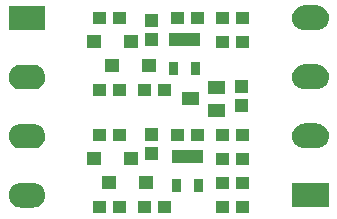
<source format=gts>
G04 #@! TF.GenerationSoftware,KiCad,Pcbnew,5.1.2-f72e74a~84~ubuntu18.04.1*
G04 #@! TF.CreationDate,2019-05-27T13:07:39-06:00*
G04 #@! TF.ProjectId,sprinkler_node_buffer,73707269-6e6b-46c6-9572-5f6e6f64655f,rev?*
G04 #@! TF.SameCoordinates,Original*
G04 #@! TF.FileFunction,Soldermask,Top*
G04 #@! TF.FilePolarity,Negative*
%FSLAX46Y46*%
G04 Gerber Fmt 4.6, Leading zero omitted, Abs format (unit mm)*
G04 Created by KiCad (PCBNEW 5.1.2-f72e74a~84~ubuntu18.04.1) date 2019-05-27 13:07:39*
%MOMM*%
%LPD*%
G04 APERTURE LIST*
%ADD10C,0.101600*%
G04 APERTURE END LIST*
D10*
G36*
X53446000Y-60978000D02*
G01*
X52344000Y-60978000D01*
X52344000Y-59926000D01*
X53446000Y-59926000D01*
X53446000Y-60978000D01*
X53446000Y-60978000D01*
G37*
G36*
X58400000Y-60978000D02*
G01*
X57298000Y-60978000D01*
X57298000Y-59926000D01*
X58400000Y-59926000D01*
X58400000Y-60978000D01*
X58400000Y-60978000D01*
G37*
G36*
X60050000Y-60978000D02*
G01*
X58948000Y-60978000D01*
X58948000Y-59926000D01*
X60050000Y-59926000D01*
X60050000Y-60978000D01*
X60050000Y-60978000D01*
G37*
G36*
X47986000Y-60978000D02*
G01*
X46884000Y-60978000D01*
X46884000Y-59926000D01*
X47986000Y-59926000D01*
X47986000Y-60978000D01*
X47986000Y-60978000D01*
G37*
G36*
X51796000Y-60978000D02*
G01*
X50694000Y-60978000D01*
X50694000Y-59926000D01*
X51796000Y-59926000D01*
X51796000Y-60978000D01*
X51796000Y-60978000D01*
G37*
G36*
X49636000Y-60978000D02*
G01*
X48534000Y-60978000D01*
X48534000Y-59926000D01*
X49636000Y-59926000D01*
X49636000Y-60978000D01*
X49636000Y-60978000D01*
G37*
G36*
X41878097Y-58404069D02*
G01*
X41981032Y-58414207D01*
X42179146Y-58474305D01*
X42179149Y-58474306D01*
X42275975Y-58526061D01*
X42361729Y-58571897D01*
X42521765Y-58703235D01*
X42653103Y-58863271D01*
X42697322Y-58946000D01*
X42750694Y-59045851D01*
X42750695Y-59045854D01*
X42810793Y-59243968D01*
X42831085Y-59450000D01*
X42810793Y-59656032D01*
X42750695Y-59854146D01*
X42750694Y-59854149D01*
X42698939Y-59950975D01*
X42653103Y-60036729D01*
X42521765Y-60196765D01*
X42361729Y-60328103D01*
X42275975Y-60373939D01*
X42179149Y-60425694D01*
X42179146Y-60425695D01*
X41981032Y-60485793D01*
X41878097Y-60495931D01*
X41826631Y-60501000D01*
X40723369Y-60501000D01*
X40671903Y-60495931D01*
X40568968Y-60485793D01*
X40370854Y-60425695D01*
X40370851Y-60425694D01*
X40274025Y-60373939D01*
X40188271Y-60328103D01*
X40028235Y-60196765D01*
X39896897Y-60036729D01*
X39851061Y-59950975D01*
X39799306Y-59854149D01*
X39799305Y-59854146D01*
X39739207Y-59656032D01*
X39718915Y-59450000D01*
X39739207Y-59243968D01*
X39799305Y-59045854D01*
X39799306Y-59045851D01*
X39852678Y-58946000D01*
X39896897Y-58863271D01*
X40028235Y-58703235D01*
X40188271Y-58571897D01*
X40274025Y-58526061D01*
X40370851Y-58474306D01*
X40370854Y-58474305D01*
X40568968Y-58414207D01*
X40671903Y-58404069D01*
X40723369Y-58399000D01*
X41826631Y-58399000D01*
X41878097Y-58404069D01*
X41878097Y-58404069D01*
G37*
G36*
X66829000Y-60487000D02*
G01*
X63727000Y-60487000D01*
X63727000Y-58385000D01*
X66829000Y-58385000D01*
X66829000Y-60487000D01*
X66829000Y-60487000D01*
G37*
G36*
X54315000Y-59155000D02*
G01*
X53513000Y-59155000D01*
X53513000Y-58053000D01*
X54315000Y-58053000D01*
X54315000Y-59155000D01*
X54315000Y-59155000D01*
G37*
G36*
X56215000Y-59155000D02*
G01*
X55413000Y-59155000D01*
X55413000Y-58053000D01*
X56215000Y-58053000D01*
X56215000Y-59155000D01*
X56215000Y-59155000D01*
G37*
G36*
X48810000Y-58971000D02*
G01*
X47608000Y-58971000D01*
X47608000Y-57869000D01*
X48810000Y-57869000D01*
X48810000Y-58971000D01*
X48810000Y-58971000D01*
G37*
G36*
X51960000Y-58971000D02*
G01*
X50758000Y-58971000D01*
X50758000Y-57869000D01*
X51960000Y-57869000D01*
X51960000Y-58971000D01*
X51960000Y-58971000D01*
G37*
G36*
X60050000Y-58946000D02*
G01*
X58948000Y-58946000D01*
X58948000Y-57894000D01*
X60050000Y-57894000D01*
X60050000Y-58946000D01*
X60050000Y-58946000D01*
G37*
G36*
X58400000Y-58946000D02*
G01*
X57298000Y-58946000D01*
X57298000Y-57894000D01*
X58400000Y-57894000D01*
X58400000Y-58946000D01*
X58400000Y-58946000D01*
G37*
G36*
X47540000Y-56939000D02*
G01*
X46338000Y-56939000D01*
X46338000Y-55837000D01*
X47540000Y-55837000D01*
X47540000Y-56939000D01*
X47540000Y-56939000D01*
G37*
G36*
X50690000Y-56939000D02*
G01*
X49488000Y-56939000D01*
X49488000Y-55837000D01*
X50690000Y-55837000D01*
X50690000Y-56939000D01*
X50690000Y-56939000D01*
G37*
G36*
X58400000Y-56914000D02*
G01*
X57298000Y-56914000D01*
X57298000Y-55862000D01*
X58400000Y-55862000D01*
X58400000Y-56914000D01*
X58400000Y-56914000D01*
G37*
G36*
X60050000Y-56914000D02*
G01*
X58948000Y-56914000D01*
X58948000Y-55862000D01*
X60050000Y-55862000D01*
X60050000Y-56914000D01*
X60050000Y-56914000D01*
G37*
G36*
X56215000Y-56755000D02*
G01*
X53513000Y-56755000D01*
X53513000Y-55653000D01*
X56215000Y-55653000D01*
X56215000Y-56755000D01*
X56215000Y-56755000D01*
G37*
G36*
X52342000Y-56494000D02*
G01*
X51290000Y-56494000D01*
X51290000Y-55392000D01*
X52342000Y-55392000D01*
X52342000Y-56494000D01*
X52342000Y-56494000D01*
G37*
G36*
X41878097Y-53404069D02*
G01*
X41981032Y-53414207D01*
X42179146Y-53474305D01*
X42179149Y-53474306D01*
X42275975Y-53526061D01*
X42361729Y-53571897D01*
X42521765Y-53703235D01*
X42653103Y-53863271D01*
X42698939Y-53949025D01*
X42750694Y-54045851D01*
X42750695Y-54045854D01*
X42810793Y-54243968D01*
X42831085Y-54450000D01*
X42810793Y-54656032D01*
X42754942Y-54840146D01*
X42750694Y-54854149D01*
X42735807Y-54882000D01*
X42653103Y-55036729D01*
X42521765Y-55196765D01*
X42361729Y-55328103D01*
X42275975Y-55373939D01*
X42179149Y-55425694D01*
X42179146Y-55425695D01*
X41981032Y-55485793D01*
X41878097Y-55495931D01*
X41826631Y-55501000D01*
X40723369Y-55501000D01*
X40671903Y-55495931D01*
X40568968Y-55485793D01*
X40370854Y-55425695D01*
X40370851Y-55425694D01*
X40274025Y-55373939D01*
X40188271Y-55328103D01*
X40028235Y-55196765D01*
X39896897Y-55036729D01*
X39814193Y-54882000D01*
X39799306Y-54854149D01*
X39795058Y-54840146D01*
X39739207Y-54656032D01*
X39718915Y-54450000D01*
X39739207Y-54243968D01*
X39799305Y-54045854D01*
X39799306Y-54045851D01*
X39851061Y-53949025D01*
X39896897Y-53863271D01*
X40028235Y-53703235D01*
X40188271Y-53571897D01*
X40274025Y-53526061D01*
X40370851Y-53474306D01*
X40370854Y-53474305D01*
X40568968Y-53414207D01*
X40671903Y-53404069D01*
X40723369Y-53399000D01*
X41826631Y-53399000D01*
X41878097Y-53404069D01*
X41878097Y-53404069D01*
G37*
G36*
X65881097Y-53390069D02*
G01*
X65984032Y-53400207D01*
X66182146Y-53460305D01*
X66182149Y-53460306D01*
X66278975Y-53512061D01*
X66364729Y-53557897D01*
X66524765Y-53689235D01*
X66656103Y-53849271D01*
X66701939Y-53935025D01*
X66753694Y-54031851D01*
X66753695Y-54031854D01*
X66813793Y-54229968D01*
X66834085Y-54436000D01*
X66813793Y-54642032D01*
X66809546Y-54656032D01*
X66753694Y-54840149D01*
X66731324Y-54882000D01*
X66656103Y-55022729D01*
X66524765Y-55182765D01*
X66364729Y-55314103D01*
X66278975Y-55359939D01*
X66182149Y-55411694D01*
X66182146Y-55411695D01*
X65984032Y-55471793D01*
X65881097Y-55481931D01*
X65829631Y-55487000D01*
X64726369Y-55487000D01*
X64674903Y-55481931D01*
X64571968Y-55471793D01*
X64373854Y-55411695D01*
X64373851Y-55411694D01*
X64277025Y-55359939D01*
X64191271Y-55314103D01*
X64031235Y-55182765D01*
X63899897Y-55022729D01*
X63824676Y-54882000D01*
X63802306Y-54840149D01*
X63746454Y-54656032D01*
X63742207Y-54642032D01*
X63721915Y-54436000D01*
X63742207Y-54229968D01*
X63802305Y-54031854D01*
X63802306Y-54031851D01*
X63854061Y-53935025D01*
X63899897Y-53849271D01*
X64031235Y-53689235D01*
X64191271Y-53557897D01*
X64277025Y-53512061D01*
X64373851Y-53460306D01*
X64373854Y-53460305D01*
X64571968Y-53400207D01*
X64674903Y-53390069D01*
X64726369Y-53385000D01*
X65829631Y-53385000D01*
X65881097Y-53390069D01*
X65881097Y-53390069D01*
G37*
G36*
X58400000Y-54882000D02*
G01*
X57298000Y-54882000D01*
X57298000Y-53830000D01*
X58400000Y-53830000D01*
X58400000Y-54882000D01*
X58400000Y-54882000D01*
G37*
G36*
X47986000Y-54882000D02*
G01*
X46884000Y-54882000D01*
X46884000Y-53830000D01*
X47986000Y-53830000D01*
X47986000Y-54882000D01*
X47986000Y-54882000D01*
G37*
G36*
X49636000Y-54882000D02*
G01*
X48534000Y-54882000D01*
X48534000Y-53830000D01*
X49636000Y-53830000D01*
X49636000Y-54882000D01*
X49636000Y-54882000D01*
G37*
G36*
X60050000Y-54882000D02*
G01*
X58948000Y-54882000D01*
X58948000Y-53830000D01*
X60050000Y-53830000D01*
X60050000Y-54882000D01*
X60050000Y-54882000D01*
G37*
G36*
X56240000Y-54882000D02*
G01*
X55138000Y-54882000D01*
X55138000Y-53830000D01*
X56240000Y-53830000D01*
X56240000Y-54882000D01*
X56240000Y-54882000D01*
G37*
G36*
X54590000Y-54882000D02*
G01*
X53488000Y-54882000D01*
X53488000Y-53830000D01*
X54590000Y-53830000D01*
X54590000Y-54882000D01*
X54590000Y-54882000D01*
G37*
G36*
X52342000Y-54844000D02*
G01*
X51290000Y-54844000D01*
X51290000Y-53742000D01*
X52342000Y-53742000D01*
X52342000Y-54844000D01*
X52342000Y-54844000D01*
G37*
G36*
X58069000Y-52809000D02*
G01*
X56567000Y-52809000D01*
X56567000Y-51707000D01*
X58069000Y-51707000D01*
X58069000Y-52809000D01*
X58069000Y-52809000D01*
G37*
G36*
X59962000Y-52430000D02*
G01*
X58910000Y-52430000D01*
X58910000Y-51328000D01*
X59962000Y-51328000D01*
X59962000Y-52430000D01*
X59962000Y-52430000D01*
G37*
G36*
X55869000Y-51859000D02*
G01*
X54367000Y-51859000D01*
X54367000Y-50757000D01*
X55869000Y-50757000D01*
X55869000Y-51859000D01*
X55869000Y-51859000D01*
G37*
G36*
X49636000Y-51072000D02*
G01*
X48534000Y-51072000D01*
X48534000Y-50020000D01*
X49636000Y-50020000D01*
X49636000Y-51072000D01*
X49636000Y-51072000D01*
G37*
G36*
X47986000Y-51072000D02*
G01*
X46884000Y-51072000D01*
X46884000Y-50020000D01*
X47986000Y-50020000D01*
X47986000Y-51072000D01*
X47986000Y-51072000D01*
G37*
G36*
X53446000Y-51072000D02*
G01*
X52344000Y-51072000D01*
X52344000Y-50020000D01*
X53446000Y-50020000D01*
X53446000Y-51072000D01*
X53446000Y-51072000D01*
G37*
G36*
X51796000Y-51072000D02*
G01*
X50694000Y-51072000D01*
X50694000Y-50020000D01*
X51796000Y-50020000D01*
X51796000Y-51072000D01*
X51796000Y-51072000D01*
G37*
G36*
X58069000Y-50909000D02*
G01*
X56567000Y-50909000D01*
X56567000Y-49807000D01*
X58069000Y-49807000D01*
X58069000Y-50909000D01*
X58069000Y-50909000D01*
G37*
G36*
X59962000Y-50780000D02*
G01*
X58910000Y-50780000D01*
X58910000Y-49678000D01*
X59962000Y-49678000D01*
X59962000Y-50780000D01*
X59962000Y-50780000D01*
G37*
G36*
X41878097Y-48404069D02*
G01*
X41981032Y-48414207D01*
X42179146Y-48474305D01*
X42179149Y-48474306D01*
X42275975Y-48526061D01*
X42361729Y-48571897D01*
X42521765Y-48703235D01*
X42653103Y-48863271D01*
X42698939Y-48949025D01*
X42750694Y-49045851D01*
X42750695Y-49045854D01*
X42810793Y-49243968D01*
X42831085Y-49450000D01*
X42810793Y-49656032D01*
X42764997Y-49807000D01*
X42750694Y-49854149D01*
X42698939Y-49950975D01*
X42653103Y-50036729D01*
X42521765Y-50196765D01*
X42361729Y-50328103D01*
X42275975Y-50373939D01*
X42179149Y-50425694D01*
X42179146Y-50425695D01*
X41981032Y-50485793D01*
X41878097Y-50495931D01*
X41826631Y-50501000D01*
X40723369Y-50501000D01*
X40671903Y-50495931D01*
X40568968Y-50485793D01*
X40370854Y-50425695D01*
X40370851Y-50425694D01*
X40274025Y-50373939D01*
X40188271Y-50328103D01*
X40028235Y-50196765D01*
X39896897Y-50036729D01*
X39851061Y-49950975D01*
X39799306Y-49854149D01*
X39785003Y-49807000D01*
X39739207Y-49656032D01*
X39718915Y-49450000D01*
X39739207Y-49243968D01*
X39799305Y-49045854D01*
X39799306Y-49045851D01*
X39851061Y-48949025D01*
X39896897Y-48863271D01*
X40028235Y-48703235D01*
X40188271Y-48571897D01*
X40274025Y-48526061D01*
X40370851Y-48474306D01*
X40370854Y-48474305D01*
X40568968Y-48414207D01*
X40671903Y-48404069D01*
X40723369Y-48399000D01*
X41826631Y-48399000D01*
X41878097Y-48404069D01*
X41878097Y-48404069D01*
G37*
G36*
X65881097Y-48390069D02*
G01*
X65984032Y-48400207D01*
X66182146Y-48460305D01*
X66182149Y-48460306D01*
X66278975Y-48512061D01*
X66364729Y-48557897D01*
X66524765Y-48689235D01*
X66656103Y-48849271D01*
X66701939Y-48935025D01*
X66753694Y-49031851D01*
X66753695Y-49031854D01*
X66813793Y-49229968D01*
X66834085Y-49436000D01*
X66813793Y-49642032D01*
X66809546Y-49656032D01*
X66753694Y-49840149D01*
X66701939Y-49936975D01*
X66656103Y-50022729D01*
X66524765Y-50182765D01*
X66364729Y-50314103D01*
X66278975Y-50359939D01*
X66182149Y-50411694D01*
X66182146Y-50411695D01*
X65984032Y-50471793D01*
X65881097Y-50481931D01*
X65829631Y-50487000D01*
X64726369Y-50487000D01*
X64674903Y-50481931D01*
X64571968Y-50471793D01*
X64373854Y-50411695D01*
X64373851Y-50411694D01*
X64277025Y-50359939D01*
X64191271Y-50314103D01*
X64031235Y-50182765D01*
X63899897Y-50022729D01*
X63854061Y-49936975D01*
X63802306Y-49840149D01*
X63746454Y-49656032D01*
X63742207Y-49642032D01*
X63721915Y-49436000D01*
X63742207Y-49229968D01*
X63802305Y-49031854D01*
X63802306Y-49031851D01*
X63854061Y-48935025D01*
X63899897Y-48849271D01*
X64031235Y-48689235D01*
X64191271Y-48557897D01*
X64277025Y-48512061D01*
X64373851Y-48460306D01*
X64373854Y-48460305D01*
X64571968Y-48400207D01*
X64674903Y-48390069D01*
X64726369Y-48385000D01*
X65829631Y-48385000D01*
X65881097Y-48390069D01*
X65881097Y-48390069D01*
G37*
G36*
X54061000Y-49249000D02*
G01*
X53259000Y-49249000D01*
X53259000Y-48147000D01*
X54061000Y-48147000D01*
X54061000Y-49249000D01*
X54061000Y-49249000D01*
G37*
G36*
X55961000Y-49249000D02*
G01*
X55159000Y-49249000D01*
X55159000Y-48147000D01*
X55961000Y-48147000D01*
X55961000Y-49249000D01*
X55961000Y-49249000D01*
G37*
G36*
X52214000Y-49065000D02*
G01*
X51012000Y-49065000D01*
X51012000Y-47963000D01*
X52214000Y-47963000D01*
X52214000Y-49065000D01*
X52214000Y-49065000D01*
G37*
G36*
X49064000Y-49065000D02*
G01*
X47862000Y-49065000D01*
X47862000Y-47963000D01*
X49064000Y-47963000D01*
X49064000Y-49065000D01*
X49064000Y-49065000D01*
G37*
G36*
X47540000Y-47033000D02*
G01*
X46338000Y-47033000D01*
X46338000Y-45931000D01*
X47540000Y-45931000D01*
X47540000Y-47033000D01*
X47540000Y-47033000D01*
G37*
G36*
X50690000Y-47033000D02*
G01*
X49488000Y-47033000D01*
X49488000Y-45931000D01*
X50690000Y-45931000D01*
X50690000Y-47033000D01*
X50690000Y-47033000D01*
G37*
G36*
X58400000Y-47008000D02*
G01*
X57298000Y-47008000D01*
X57298000Y-45956000D01*
X58400000Y-45956000D01*
X58400000Y-47008000D01*
X58400000Y-47008000D01*
G37*
G36*
X60050000Y-47008000D02*
G01*
X58948000Y-47008000D01*
X58948000Y-45956000D01*
X60050000Y-45956000D01*
X60050000Y-47008000D01*
X60050000Y-47008000D01*
G37*
G36*
X55961000Y-46849000D02*
G01*
X53259000Y-46849000D01*
X53259000Y-45747000D01*
X55961000Y-45747000D01*
X55961000Y-46849000D01*
X55961000Y-46849000D01*
G37*
G36*
X52342000Y-46842000D02*
G01*
X51290000Y-46842000D01*
X51290000Y-45740000D01*
X52342000Y-45740000D01*
X52342000Y-46842000D01*
X52342000Y-46842000D01*
G37*
G36*
X42826000Y-45501000D02*
G01*
X39724000Y-45501000D01*
X39724000Y-43399000D01*
X42826000Y-43399000D01*
X42826000Y-45501000D01*
X42826000Y-45501000D01*
G37*
G36*
X65881097Y-43390069D02*
G01*
X65984032Y-43400207D01*
X66182146Y-43460305D01*
X66182149Y-43460306D01*
X66278975Y-43512061D01*
X66364729Y-43557897D01*
X66524765Y-43689235D01*
X66656103Y-43849271D01*
X66696046Y-43924000D01*
X66753694Y-44031851D01*
X66753695Y-44031854D01*
X66813793Y-44229968D01*
X66834085Y-44436000D01*
X66813793Y-44642032D01*
X66753695Y-44840146D01*
X66753694Y-44840149D01*
X66701939Y-44936975D01*
X66656103Y-45022729D01*
X66524765Y-45182765D01*
X66364729Y-45314103D01*
X66278975Y-45359939D01*
X66182149Y-45411694D01*
X66182146Y-45411695D01*
X65984032Y-45471793D01*
X65881097Y-45481931D01*
X65829631Y-45487000D01*
X64726369Y-45487000D01*
X64674903Y-45481931D01*
X64571968Y-45471793D01*
X64373854Y-45411695D01*
X64373851Y-45411694D01*
X64277025Y-45359939D01*
X64191271Y-45314103D01*
X64031235Y-45182765D01*
X63899897Y-45022729D01*
X63854061Y-44936975D01*
X63802306Y-44840149D01*
X63802305Y-44840146D01*
X63742207Y-44642032D01*
X63721915Y-44436000D01*
X63742207Y-44229968D01*
X63802305Y-44031854D01*
X63802306Y-44031851D01*
X63859954Y-43924000D01*
X63899897Y-43849271D01*
X64031235Y-43689235D01*
X64191271Y-43557897D01*
X64277025Y-43512061D01*
X64373851Y-43460306D01*
X64373854Y-43460305D01*
X64571968Y-43400207D01*
X64674903Y-43390069D01*
X64726369Y-43385000D01*
X65829631Y-43385000D01*
X65881097Y-43390069D01*
X65881097Y-43390069D01*
G37*
G36*
X52342000Y-45192000D02*
G01*
X51290000Y-45192000D01*
X51290000Y-44090000D01*
X52342000Y-44090000D01*
X52342000Y-45192000D01*
X52342000Y-45192000D01*
G37*
G36*
X47986000Y-44976000D02*
G01*
X46884000Y-44976000D01*
X46884000Y-43924000D01*
X47986000Y-43924000D01*
X47986000Y-44976000D01*
X47986000Y-44976000D01*
G37*
G36*
X54590000Y-44976000D02*
G01*
X53488000Y-44976000D01*
X53488000Y-43924000D01*
X54590000Y-43924000D01*
X54590000Y-44976000D01*
X54590000Y-44976000D01*
G37*
G36*
X49636000Y-44976000D02*
G01*
X48534000Y-44976000D01*
X48534000Y-43924000D01*
X49636000Y-43924000D01*
X49636000Y-44976000D01*
X49636000Y-44976000D01*
G37*
G36*
X56240000Y-44976000D02*
G01*
X55138000Y-44976000D01*
X55138000Y-43924000D01*
X56240000Y-43924000D01*
X56240000Y-44976000D01*
X56240000Y-44976000D01*
G37*
G36*
X58400000Y-44976000D02*
G01*
X57298000Y-44976000D01*
X57298000Y-43924000D01*
X58400000Y-43924000D01*
X58400000Y-44976000D01*
X58400000Y-44976000D01*
G37*
G36*
X60050000Y-44976000D02*
G01*
X58948000Y-44976000D01*
X58948000Y-43924000D01*
X60050000Y-43924000D01*
X60050000Y-44976000D01*
X60050000Y-44976000D01*
G37*
M02*

</source>
